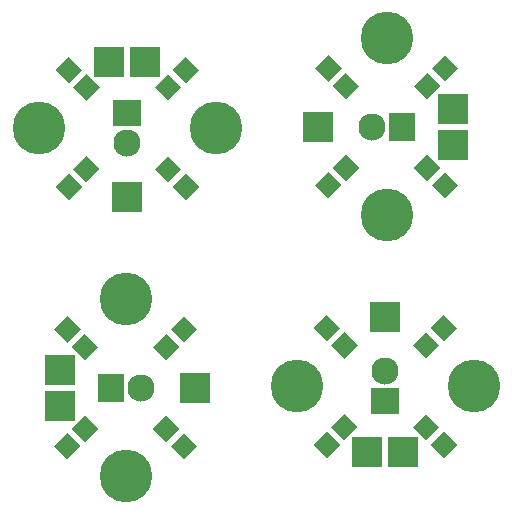
<source format=gts>
G04 #@! TF.FileFunction,Soldermask,Top*
%FSLAX46Y46*%
G04 Gerber Fmt 4.6, Leading zero omitted, Abs format (unit mm)*
G04 Created by KiCad (PCBNEW 4.0.3-stable) date Sun Sep  4 14:24:28 2016*
%MOMM*%
%LPD*%
G01*
G04 APERTURE LIST*
%ADD10C,0.100000*%
%ADD11C,4.464000*%
%ADD12R,2.635200X2.635200*%
%ADD13R,2.300000X2.400000*%
%ADD14C,2.300000*%
%ADD15R,2.400000X2.300000*%
G04 APERTURE END LIST*
D10*
D11*
X62801500Y-30663500D03*
X62801500Y-45663500D03*
D12*
X56959500Y-38163500D03*
X68389500Y-39687500D03*
X68389500Y-36639500D03*
D10*
G36*
X56729152Y-33221731D02*
X57859731Y-32091152D01*
X58990310Y-33221731D01*
X57859731Y-34352310D01*
X56729152Y-33221731D01*
X56729152Y-33221731D01*
G37*
G36*
X58212690Y-34705269D02*
X59343269Y-33574690D01*
X60473848Y-34705269D01*
X59343269Y-35835848D01*
X58212690Y-34705269D01*
X58212690Y-34705269D01*
G37*
G36*
X57859731Y-44235848D02*
X56729152Y-43105269D01*
X57859731Y-41974690D01*
X58990310Y-43105269D01*
X57859731Y-44235848D01*
X57859731Y-44235848D01*
G37*
G36*
X59343269Y-42752310D02*
X58212690Y-41621731D01*
X59343269Y-40491152D01*
X60473848Y-41621731D01*
X59343269Y-42752310D01*
X59343269Y-42752310D01*
G37*
G36*
X68873848Y-43105269D02*
X67743269Y-44235848D01*
X66612690Y-43105269D01*
X67743269Y-41974690D01*
X68873848Y-43105269D01*
X68873848Y-43105269D01*
G37*
G36*
X67390310Y-41621731D02*
X66259731Y-42752310D01*
X65129152Y-41621731D01*
X66259731Y-40491152D01*
X67390310Y-41621731D01*
X67390310Y-41621731D01*
G37*
G36*
X67743269Y-32091152D02*
X68873848Y-33221731D01*
X67743269Y-34352310D01*
X66612690Y-33221731D01*
X67743269Y-32091152D01*
X67743269Y-32091152D01*
G37*
G36*
X66259731Y-33574690D02*
X67390310Y-34705269D01*
X66259731Y-35835848D01*
X65129152Y-34705269D01*
X66259731Y-33574690D01*
X66259731Y-33574690D01*
G37*
D13*
X64071500Y-38163500D03*
D14*
X61531500Y-38163500D03*
D15*
X40830500Y-37020500D03*
D14*
X40830500Y-39560500D03*
D10*
G36*
X34758152Y-33348731D02*
X35888731Y-32218152D01*
X37019310Y-33348731D01*
X35888731Y-34479310D01*
X34758152Y-33348731D01*
X34758152Y-33348731D01*
G37*
G36*
X36241690Y-34832269D02*
X37372269Y-33701690D01*
X38502848Y-34832269D01*
X37372269Y-35962848D01*
X36241690Y-34832269D01*
X36241690Y-34832269D01*
G37*
G36*
X45772269Y-32218152D02*
X46902848Y-33348731D01*
X45772269Y-34479310D01*
X44641690Y-33348731D01*
X45772269Y-32218152D01*
X45772269Y-32218152D01*
G37*
G36*
X44288731Y-33701690D02*
X45419310Y-34832269D01*
X44288731Y-35962848D01*
X43158152Y-34832269D01*
X44288731Y-33701690D01*
X44288731Y-33701690D01*
G37*
G36*
X46902848Y-43232269D02*
X45772269Y-44362848D01*
X44641690Y-43232269D01*
X45772269Y-42101690D01*
X46902848Y-43232269D01*
X46902848Y-43232269D01*
G37*
G36*
X45419310Y-41748731D02*
X44288731Y-42879310D01*
X43158152Y-41748731D01*
X44288731Y-40618152D01*
X45419310Y-41748731D01*
X45419310Y-41748731D01*
G37*
G36*
X35888731Y-44362848D02*
X34758152Y-43232269D01*
X35888731Y-42101690D01*
X37019310Y-43232269D01*
X35888731Y-44362848D01*
X35888731Y-44362848D01*
G37*
G36*
X37372269Y-42879310D02*
X36241690Y-41748731D01*
X37372269Y-40618152D01*
X38502848Y-41748731D01*
X37372269Y-42879310D01*
X37372269Y-42879310D01*
G37*
D12*
X39306500Y-32702500D03*
X42354500Y-32702500D03*
X40830500Y-44132500D03*
D11*
X48330500Y-38290500D03*
X33330500Y-38290500D03*
X70174500Y-60134500D03*
X55174500Y-60134500D03*
D12*
X62674500Y-54292500D03*
X61150500Y-65722500D03*
X64198500Y-65722500D03*
D10*
G36*
X67616269Y-54062152D02*
X68746848Y-55192731D01*
X67616269Y-56323310D01*
X66485690Y-55192731D01*
X67616269Y-54062152D01*
X67616269Y-54062152D01*
G37*
G36*
X66132731Y-55545690D02*
X67263310Y-56676269D01*
X66132731Y-57806848D01*
X65002152Y-56676269D01*
X66132731Y-55545690D01*
X66132731Y-55545690D01*
G37*
G36*
X56602152Y-55192731D02*
X57732731Y-54062152D01*
X58863310Y-55192731D01*
X57732731Y-56323310D01*
X56602152Y-55192731D01*
X56602152Y-55192731D01*
G37*
G36*
X58085690Y-56676269D02*
X59216269Y-55545690D01*
X60346848Y-56676269D01*
X59216269Y-57806848D01*
X58085690Y-56676269D01*
X58085690Y-56676269D01*
G37*
G36*
X57732731Y-66206848D02*
X56602152Y-65076269D01*
X57732731Y-63945690D01*
X58863310Y-65076269D01*
X57732731Y-66206848D01*
X57732731Y-66206848D01*
G37*
G36*
X59216269Y-64723310D02*
X58085690Y-63592731D01*
X59216269Y-62462152D01*
X60346848Y-63592731D01*
X59216269Y-64723310D01*
X59216269Y-64723310D01*
G37*
G36*
X68746848Y-65076269D02*
X67616269Y-66206848D01*
X66485690Y-65076269D01*
X67616269Y-63945690D01*
X68746848Y-65076269D01*
X68746848Y-65076269D01*
G37*
G36*
X67263310Y-63592731D02*
X66132731Y-64723310D01*
X65002152Y-63592731D01*
X66132731Y-62462152D01*
X67263310Y-63592731D01*
X67263310Y-63592731D01*
G37*
D15*
X62674500Y-61404500D03*
D14*
X62674500Y-58864500D03*
D13*
X39433500Y-60261500D03*
D14*
X41973500Y-60261500D03*
D10*
G36*
X35761731Y-66333848D02*
X34631152Y-65203269D01*
X35761731Y-64072690D01*
X36892310Y-65203269D01*
X35761731Y-66333848D01*
X35761731Y-66333848D01*
G37*
G36*
X37245269Y-64850310D02*
X36114690Y-63719731D01*
X37245269Y-62589152D01*
X38375848Y-63719731D01*
X37245269Y-64850310D01*
X37245269Y-64850310D01*
G37*
G36*
X34631152Y-55319731D02*
X35761731Y-54189152D01*
X36892310Y-55319731D01*
X35761731Y-56450310D01*
X34631152Y-55319731D01*
X34631152Y-55319731D01*
G37*
G36*
X36114690Y-56803269D02*
X37245269Y-55672690D01*
X38375848Y-56803269D01*
X37245269Y-57933848D01*
X36114690Y-56803269D01*
X36114690Y-56803269D01*
G37*
G36*
X45645269Y-54189152D02*
X46775848Y-55319731D01*
X45645269Y-56450310D01*
X44514690Y-55319731D01*
X45645269Y-54189152D01*
X45645269Y-54189152D01*
G37*
G36*
X44161731Y-55672690D02*
X45292310Y-56803269D01*
X44161731Y-57933848D01*
X43031152Y-56803269D01*
X44161731Y-55672690D01*
X44161731Y-55672690D01*
G37*
G36*
X46775848Y-65203269D02*
X45645269Y-66333848D01*
X44514690Y-65203269D01*
X45645269Y-64072690D01*
X46775848Y-65203269D01*
X46775848Y-65203269D01*
G37*
G36*
X45292310Y-63719731D02*
X44161731Y-64850310D01*
X43031152Y-63719731D01*
X44161731Y-62589152D01*
X45292310Y-63719731D01*
X45292310Y-63719731D01*
G37*
D12*
X35115500Y-61785500D03*
X35115500Y-58737500D03*
X46545500Y-60261500D03*
D11*
X40703500Y-52761500D03*
X40703500Y-67761500D03*
M02*

</source>
